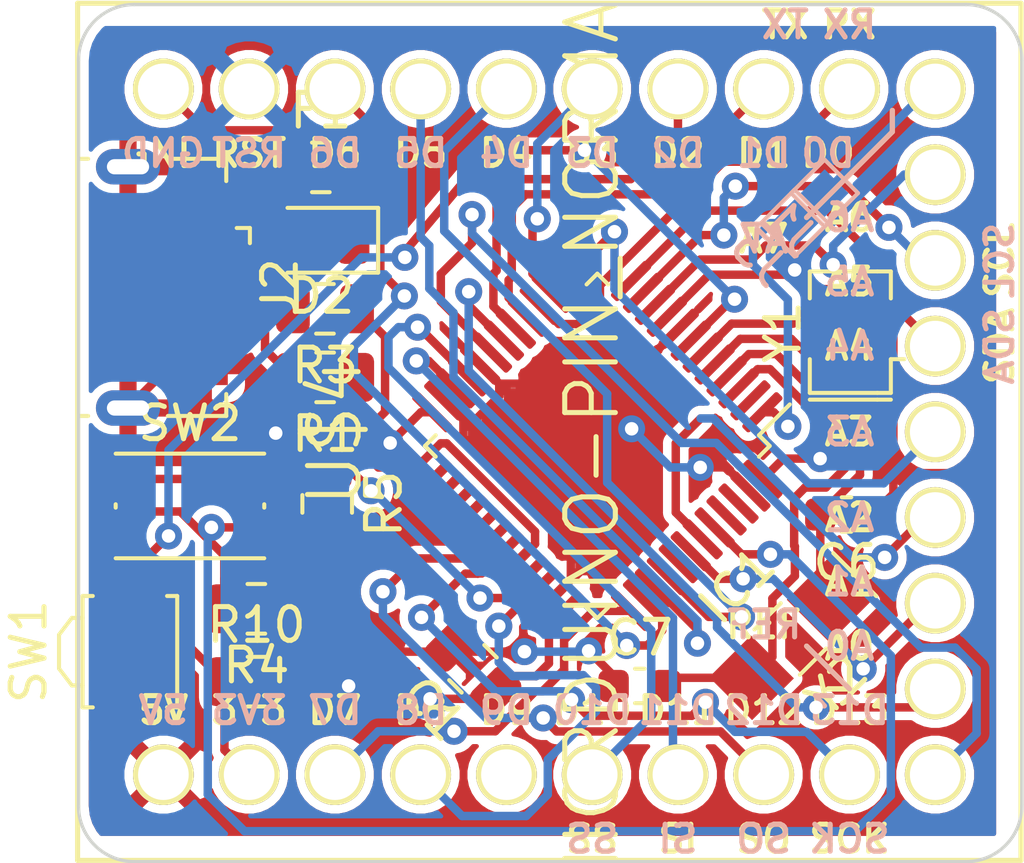
<source format=kicad_pcb>
(kicad_pcb (version 20171130) (host pcbnew 5.1.9-1.fc33)
  (layers (0 F.Cu signal) (31 B.Cu signal) (34 B.Paste user hide) (35 F.Paste user) (36 B.SilkS user hide) (37 F.SilkS user hide) (38 B.Mask user hide) (39 F.Mask user hide) (44 Edge.Cuts user))
  (net 0 "")
  (net 1 /VBAT)
  (net 2 "Net-(C7-Pad2)")
  (net 3 "Net-(C6-Pad2)")
  (net 4 /OSC_IN)
  (net 5 /OSC_OUT)
  (net 6 /RST)
  (net 7 GND)
  (net 8 +3V3)
  (net 9 /A0)
  (net 10 /A1)
  (net 11 /A2)
  (net 12 /A3)
  (net 13 /D10)
  (net 14 /SCK)
  (net 15 /MISO)
  (net 16 /MOSI)
  (net 17 /A6)
  (net 18 /A7)
  (net 19 /TX3)
  (net 20 /RX3)
  (net 21 /TX1)
  (net 22 /RX1)
  (net 23 /24_USBDM)
  (net 24 /23_USBDP)
  (net 25 /D5)
  (net 26 /D6)
  (net 27 /D7)
  (net 28 /D8)
  (net 29 /D9)
  (net 30 /SCL)
  (net 31 /SDA)
  (net 32 +5V)
  (net 33 "Net-(D2-Pad2)")
  (net 34 "Net-(IC1-Pad44)")
  (net 35 "Net-(J2-Pad2)")
  (net 36 "Net-(J2-Pad3)")
  (module Microduino:microduino (layer F.Cu) (at 162.153599 166.9669 90)
    (fp_text reference U$4 (at 0 -7.62 90) (layer F.SilkS) (effects (font (size 1.5 1.5))))
    (fp_text value MICRDUINO-PIN_NORMAL (at 0 0 90) (layer F.SilkS) (effects (font (size 1.5 1.5))))
    (fp_text user GND (at 8.255 -12.7) (layer F.SilkS) (effects (font (size 0.8 0.8))))
    (fp_text user RST (at 8.255 -10.16) (layer F.SilkS) (effects (font (size 0.8 0.8))))
    (fp_text user D6 (at 8.255 -7.62) (layer F.SilkS) (effects (font (size 0.8 0.8))))
    (fp_text user D5 (at 8.255 -5.08) (layer F.SilkS) (effects (font (size 0.8 0.8))))
    (fp_text user D4 (at 8.255 -2.54) (layer F.SilkS) (effects (font (size 0.8 0.8))))
    (fp_text user D3 (at 8.255 0) (layer B.SilkS) (effects (font (size 0.8 0.8)) (justify mirror)))
    (fp_text user D2 (at 8.255 2.54) (layer F.SilkS) (effects (font (size 0.8 0.8))))
    (fp_text user D1 (at 8.255 5.08) (layer B.SilkS) (effects (font (size 0.8 0.8)) (justify mirror)))
    (fp_text user D0 (at 8.255 6.985) (layer F.SilkS) (effects (font (size 0.8 0.8))))
    (fp_text user RX (at 12.065 7.62) (layer F.SilkS) (effects (font (size 0.8 0.8))))
    (fp_text user TX (at 12.065 5.715) (layer F.SilkS) (effects (font (size 0.8 0.8))))
    (fp_text user A7 (at 5.715 5.08) (layer F.SilkS) (effects (font (size 0.8 0.8))))
    (fp_text user A6 (at 6.35 7.62 180) (layer F.SilkS) (effects (font (size 0.8 0.8))))
    (fp_text user A5 (at 4.445 7.62) (layer F.SilkS) (effects (font (size 0.8 0.8))))
    (fp_text user A4 (at 2.54 7.62) (layer F.SilkS) (effects (font (size 0.8 0.8))))
    (fp_text user A3 (at 0 7.62) (layer F.SilkS) (effects (font (size 0.8 0.8))))
    (fp_text user A2 (at -2.54 7.62) (layer B.SilkS) (effects (font (size 0.8 0.8)) (justify mirror)))
    (fp_text user A1 (at -4.445 7.62) (layer B.SilkS) (effects (font (size 0.8 0.8)) (justify mirror)))
    (fp_text user A0 (at -6.35 7.62) (layer F.SilkS) (effects (font (size 0.8 0.8))))
    (fp_text user REF (at -5.715 5.08) (layer F.SilkS) (effects (font (size 0.8 0.8))))
    (fp_text user D13 (at -8.255 7.62) (layer F.SilkS) (effects (font (size 0.8 0.8))))
    (fp_text user D12 (at -8.255 5.08) (layer B.SilkS) (effects (font (size 0.8 0.8)) (justify mirror)))
    (fp_text user D11 (at -8.255 2.54) (layer F.SilkS) (effects (font (size 0.8 0.8))))
    (fp_text user D10 (at -8.255 0) (layer F.SilkS) (effects (font (size 0.8 0.8))))
    (fp_text user D9 (at -8.255 -2.54) (layer F.SilkS) (effects (font (size 0.8 0.8))))
    (fp_text user D8 (at -8.255 -5.08) (layer F.SilkS) (effects (font (size 0.8 0.8))))
    (fp_text user D7 (at -8.255 -7.62) (layer F.SilkS) (effects (font (size 0.8 0.8))))
    (fp_text user 3V3 (at -8.255 -10.16) (layer F.SilkS) (effects (font (size 0.8 0.8))))
    (fp_text user 5V (at -8.255 -12.7) (layer F.SilkS) (effects (font (size 0.8 0.8))))
    (fp_text user SCK (at -12.065 7.62) (layer F.SilkS) (effects (font (size 0.8 0.8))))
    (fp_text user SO (at -12.065 5.08) (layer F.SilkS) (effects (font (size 0.8 0.8))))
    (fp_text user SI (at -12.065 2.54) (layer F.SilkS) (effects (font (size 0.8 0.8))))
    (fp_text user SS (at -12.065 0) (layer F.SilkS) (effects (font (size 0.8 0.8))))
    (fp_text user SCL (at 5.08 12.065 270) (layer F.SilkS) (effects (font (size 0.8 0.8))))
    (fp_text user SDA (at 2.54 12.065 270) (layer B.SilkS) (effects (font (size 0.8 0.8)) (justify mirror)))
    (fp_text user SCL (at 5.08 12.065 270) (layer B.SilkS) (effects (font (size 0.8 0.8)) (justify mirror)))
    (fp_text user SDA (at 2.54 12.065 270) (layer F.SilkS) (effects (font (size 0.8 0.8))))
    (fp_text user SS (at -12.065 0) (layer B.SilkS) (effects (font (size 0.8 0.8)) (justify mirror)))
    (fp_text user SI (at -12.065 2.54) (layer B.SilkS) (effects (font (size 0.8 0.8)) (justify mirror)))
    (fp_text user SO (at -12.065 5.08) (layer B.SilkS) (effects (font (size 0.8 0.8)) (justify mirror)))
    (fp_text user SCK (at -12.065 7.62) (layer B.SilkS) (effects (font (size 0.8 0.8)) (justify mirror)))
    (fp_text user 5V (at -8.255 -12.7) (layer B.SilkS) (effects (font (size 0.8 0.8)) (justify mirror)))
    (fp_text user 3V3 (at -8.255 -10.16) (layer B.SilkS) (effects (font (size 0.8 0.8)) (justify mirror)))
    (fp_text user D7 (at -8.255 -7.62) (layer B.SilkS) (effects (font (size 0.8 0.8)) (justify mirror)))
    (fp_text user D8 (at -8.255 -5.08) (layer B.SilkS) (effects (font (size 0.8 0.8)) (justify mirror)))
    (fp_text user D9 (at -8.255 -2.54) (layer B.SilkS) (effects (font (size 0.8 0.8)) (justify mirror)))
    (fp_text user D10 (at -8.255 0) (layer B.SilkS) (effects (font (size 0.8 0.8)) (justify mirror)))
    (fp_text user D11 (at -8.255 2.54) (layer B.SilkS) (effects (font (size 0.8 0.8)) (justify mirror)))
    (fp_text user D12 (at -8.255 5.08) (layer F.SilkS) (effects (font (size 0.8 0.8))))
    (fp_text user D13 (at -8.255 7.62) (layer B.SilkS) (effects (font (size 0.8 0.8)) (justify mirror)))
    (fp_text user REF (at -5.715 5.08) (layer B.SilkS) (effects (font (size 0.8 0.8)) (justify mirror)))
    (fp_text user A0 (at -6.35 7.62) (layer B.SilkS) (effects (font (size 0.8 0.8)) (justify mirror)))
    (fp_text user A1 (at -4.445 7.62) (layer F.SilkS) (effects (font (size 0.8 0.8))))
    (fp_text user A2 (at -2.54 7.62) (layer F.SilkS) (effects (font (size 0.8 0.8))))
    (fp_text user A3 (at 0 7.62) (layer B.SilkS) (effects (font (size 0.8 0.8)) (justify mirror)))
    (fp_text user A4 (at 2.54 7.62) (layer B.SilkS) (effects (font (size 0.8 0.8)) (justify mirror)))
    (fp_text user A5 (at 4.445 7.62) (layer B.SilkS) (effects (font (size 0.8 0.8)) (justify mirror)))
    (fp_text user A6 (at 6.35 7.62 180) (layer B.SilkS) (effects (font (size 0.8 0.8)) (justify mirror)))
    (fp_text user A7 (at 5.715 5.08) (layer B.SilkS) (effects (font (size 0.8 0.8)) (justify mirror)))
    (fp_text user TX (at 12.065 5.715) (layer B.SilkS) (effects (font (size 0.8 0.8)) (justify mirror)))
    (fp_text user RX (at 12.065 7.62) (layer B.SilkS) (effects (font (size 0.8 0.8)) (justify mirror)))
    (fp_text user D0 (at 8.255 6.985) (layer B.SilkS) (effects (font (size 0.8 0.8)) (justify mirror)))
    (fp_text user D1 (at 8.255 5.08) (layer F.SilkS) (effects (font (size 0.8 0.8))))
    (fp_text user D2 (at 8.255 2.54) (layer B.SilkS) (effects (font (size 0.8 0.8)) (justify mirror)))
    (fp_text user D3 (at 8.255 0) (layer F.SilkS) (effects (font (size 0.8 0.8))))
    (fp_text user D4 (at 8.255 -2.54) (layer B.SilkS) (effects (font (size 0.8 0.8)) (justify mirror)))
    (fp_text user D5 (at 8.255 -5.08) (layer B.SilkS) (effects (font (size 0.8 0.8)) (justify mirror)))
    (fp_text user D6 (at 8.255 -7.62) (layer B.SilkS) (effects (font (size 0.8 0.8)) (justify mirror)))
    (fp_text user RST (at 8.255 -10.16) (layer B.SilkS) (effects (font (size 0.8 0.8)) (justify mirror)))
    (fp_text user GND (at 8.255 -12.7) (layer B.SilkS) (effects (font (size 0.8 0.8)) (justify mirror)))
    (pad 27 thru_hole circle (at -10.16 -12.7 90) (size 1.8 1.8) (drill 1.5) (layers *.Cu *.Mask F.SilkS) (net 7 GND))
    (pad 26 thru_hole circle (at -10.16 -10.16 90) (size 1.8 1.8) (drill 1.5) (layers *.Cu *.Mask F.SilkS) (net 6 /RST))
    (pad 25 thru_hole circle (at -10.16 -7.62 90) (size 1.8 1.8) (drill 1.5) (layers *.Cu *.Mask F.SilkS) (net 26 /D6))
    (pad 24 thru_hole circle (at -10.16 -5.08 90) (size 1.8 1.8) (drill 1.5) (layers *.Cu *.Mask F.SilkS) (net 25 /D5))
    (pad 23 thru_hole circle (at -10.16 -2.54 90) (size 1.8 1.8) (drill 1.5) (layers *.Cu *.Mask F.SilkS))
    (pad 22 thru_hole circle (at -10.16 0 90) (size 1.8 1.8) (drill 1.5) (layers *.Cu *.Mask F.SilkS) (net 19 /TX3))
    (pad 21 thru_hole circle (at -10.16 2.54 90) (size 1.8 1.8) (drill 1.5) (layers *.Cu *.Mask F.SilkS) (net 20 /RX3))
    (pad 20 thru_hole circle (at -10.16 5.08 90) (size 1.8 1.8) (drill 1.5) (layers *.Cu *.Mask F.SilkS) (net 21 /TX1))
    (pad 19 thru_hole circle (at -10.16 7.62 90) (size 1.8 1.8) (drill 1.5) (layers *.Cu *.Mask F.SilkS) (net 22 /RX1))
    (pad 18 thru_hole circle (at -10.16 10.16 90) (size 1.8 1.8) (drill 1.5) (layers *.Cu *.Mask F.SilkS) (net 18 /A7))
    (pad 17 thru_hole circle (at -7.62 10.16 90) (size 1.8 1.8) (drill 1.5) (layers *.Cu *.Mask F.SilkS) (net 17 /A6))
    (pad 16 thru_hole circle (at -5.08 10.16 90) (size 1.8 1.8) (drill 1.5) (layers *.Cu *.Mask F.SilkS) (net 30 /SCL))
    (pad 15 thru_hole circle (at -2.54 10.16 90) (size 1.8 1.8) (drill 1.5) (layers *.Cu *.Mask F.SilkS) (net 31 /SDA))
    (pad 14 thru_hole circle (at 0 10.16 90) (size 1.8 1.8) (drill 1.5) (layers *.Cu *.Mask F.SilkS) (net 12 /A3))
    (pad 13 thru_hole circle (at 2.54 10.16 90) (size 1.8 1.8) (drill 1.5) (layers *.Cu *.Mask F.SilkS) (net 11 /A2))
    (pad 12 thru_hole circle (at 5.08 10.16 90) (size 1.8 1.8) (drill 1.5) (layers *.Cu *.Mask F.SilkS) (net 10 /A1))
    (pad 11 thru_hole circle (at 7.62 10.16 90) (size 1.8 1.8) (drill 1.5) (layers *.Cu *.Mask F.SilkS) (net 9 /A0))
    (pad 9 thru_hole circle (at 10.16 7.62 90) (size 1.8 1.8) (drill 1.5) (layers *.Cu *.Mask F.SilkS) (net 14 /SCK))
    (pad 8 thru_hole circle (at 10.16 5.08 90) (size 1.8 1.8) (drill 1.5) (layers *.Cu *.Mask F.SilkS) (net 15 /MISO))
    (pad 7 thru_hole circle (at 10.16 2.54 90) (size 1.8 1.8) (drill 1.5) (layers *.Cu *.Mask F.SilkS) (net 16 /MOSI))
    (pad 6 thru_hole circle (at 10.16 0 90) (size 1.8 1.8) (drill 1.5) (layers *.Cu *.Mask F.SilkS) (net 13 /D10))
    (pad 5 thru_hole circle (at 10.16 -2.54 90) (size 1.8 1.8) (drill 1.5) (layers *.Cu *.Mask F.SilkS) (net 29 /D9))
    (pad 4 thru_hole circle (at 10.16 -5.08 90) (size 1.8 1.8) (drill 1.5) (layers *.Cu *.Mask F.SilkS) (net 28 /D8))
    (pad 3 thru_hole circle (at 10.16 -7.62 90) (size 1.8 1.8) (drill 1.5) (layers *.Cu *.Mask F.SilkS) (net 27 /D7))
    (pad 2 thru_hole circle (at 10.16 -10.16 90) (size 1.8 1.8) (drill 1.5) (layers *.Cu *.Mask F.SilkS) (net 8 +3V3))
    (pad 10 thru_hole circle (at 10.16 10.16 90) (size 1.8 1.8) (drill 1.5) (layers *.Cu *.Mask F.SilkS) (net 1 /VBAT))
    (pad 1 thru_hole circle (at 10.16 -12.7 90) (size 1.8 1.8) (drill 1.5) (layers *.Cu *.Mask F.SilkS) (net 32 +5V))
    (pad 1 thru_hole circle (at 10.16 -12.7 90) (size 1.8 1.8) (drill 1.5) (layers *.Cu *.Mask F.SilkS) (net 32 +5V))
    (pad 2 thru_hole circle (at 10.16 -10.16 90) (size 1.8 1.8) (drill 1.5) (layers *.Cu *.Mask F.SilkS) (net 8 +3V3))
    (pad 3 thru_hole circle (at 10.16 -7.62 90) (size 1.8 1.8) (drill 1.5) (layers *.Cu *.Mask F.SilkS) (net 27 /D7))
    (pad 4 thru_hole circle (at 10.16 -5.08 90) (size 1.8 1.8) (drill 1.5) (layers *.Cu *.Mask F.SilkS) (net 28 /D8))
    (pad 5 thru_hole circle (at 10.16 -2.54 90) (size 1.8 1.8) (drill 1.5) (layers *.Cu *.Mask F.SilkS) (net 29 /D9))
    (pad 6 thru_hole circle (at 10.16 0 90) (size 1.8 1.8) (drill 1.5) (layers *.Cu *.Mask F.SilkS) (net 13 /D10))
    (pad 7 thru_hole circle (at 10.16 2.54 90) (size 1.8 1.8) (drill 1.5) (layers *.Cu *.Mask F.SilkS) (net 16 /MOSI))
    (pad 8 thru_hole circle (at 10.16 5.08 90) (size 1.8 1.8) (drill 1.5) (layers *.Cu *.Mask F.SilkS) (net 15 /MISO))
    (pad 9 thru_hole circle (at 10.16 7.62 90) (size 1.8 1.8) (drill 1.5) (layers *.Cu *.Mask F.SilkS) (net 14 /SCK))
  )
  (module Package_QFP:LQFP-48_7x7mm_P0.5mm (layer F.Cu) (at 162.306 167.386 225)
    (fp_text reference IC1 (at 0 -5.85 225) (layer F.SilkS))
    (fp_text value STM32F103CBT6)
    (pad 1 smd roundrect (at -4.1625 -2.75 225) (size 1.475 0.3) (layers F.Cu F.Paste F.Mask) (net 1 /VBAT))
    (pad 2 smd roundrect (at -4.1625 -2.25 225) (size 1.475 0.3) (layers F.Cu F.Paste F.Mask))
    (pad 3 smd roundrect (at -4.1625 -1.75 225) (size 1.475 0.3) (layers F.Cu F.Paste F.Mask) (net 2 "Net-(C7-Pad2)"))
    (pad 4 smd roundrect (at -4.1625 -1.25 225) (size 1.475 0.3) (layers F.Cu F.Paste F.Mask) (net 3 "Net-(C6-Pad2)"))
    (pad 5 smd roundrect (at -4.1625 -0.75 225) (size 1.475 0.3) (layers F.Cu F.Paste F.Mask) (net 4 /OSC_IN))
    (pad 6 smd roundrect (at -4.1625 -0.25 225) (size 1.475 0.3) (layers F.Cu F.Paste F.Mask) (net 5 /OSC_OUT))
    (pad 7 smd roundrect (at -4.1625 0.25 225) (size 1.475 0.3) (layers F.Cu F.Paste F.Mask) (net 6 /RST))
    (pad 8 smd roundrect (at -4.1625 0.75 225) (size 1.475 0.3) (layers F.Cu F.Paste F.Mask) (net 7 GND))
    (pad 9 smd roundrect (at -4.1625 1.25 225) (size 1.475 0.3) (layers F.Cu F.Paste F.Mask) (net 8 +3V3))
    (pad 10 smd roundrect (at -4.1625 1.75 225) (size 1.475 0.3) (layers F.Cu F.Paste F.Mask) (net 9 /A0))
    (pad 11 smd roundrect (at -4.1625 2.25 225) (size 1.475 0.3) (layers F.Cu F.Paste F.Mask) (net 10 /A1))
    (pad 12 smd roundrect (at -4.1625 2.75 225) (size 1.475 0.3) (layers F.Cu F.Paste F.Mask) (net 11 /A2))
    (pad 13 smd roundrect (at -2.75 4.1625 225) (size 0.3 1.475) (layers F.Cu F.Paste F.Mask) (net 12 /A3))
    (pad 14 smd roundrect (at -2.25 4.1625 225) (size 0.3 1.475) (layers F.Cu F.Paste F.Mask) (net 13 /D10))
    (pad 15 smd roundrect (at -1.75 4.1625 225) (size 0.3 1.475) (layers F.Cu F.Paste F.Mask) (net 14 /SCK))
    (pad 16 smd roundrect (at -1.25 4.1625 225) (size 0.3 1.475) (layers F.Cu F.Paste F.Mask) (net 15 /MISO))
    (pad 17 smd roundrect (at -0.75 4.1625 225) (size 0.3 1.475) (layers F.Cu F.Paste F.Mask) (net 16 /MOSI))
    (pad 18 smd roundrect (at -0.25 4.1625 225) (size 0.3 1.475) (layers F.Cu F.Paste F.Mask) (net 17 /A6))
    (pad 19 smd roundrect (at 0.25 4.1625 225) (size 0.3 1.475) (layers F.Cu F.Paste F.Mask) (net 18 /A7))
    (pad 20 smd roundrect (at 0.75 4.1625 225) (size 0.3 1.475) (layers F.Cu F.Paste F.Mask) (net 7 GND))
    (pad 21 smd roundrect (at 1.25 4.1625 225) (size 0.3 1.475) (layers F.Cu F.Paste F.Mask) (net 19 /TX3))
    (pad 22 smd roundrect (at 1.75 4.1625 225) (size 0.3 1.475) (layers F.Cu F.Paste F.Mask) (net 20 /RX3))
    (pad 23 smd roundrect (at 2.25 4.1625 225) (size 0.3 1.475) (layers F.Cu F.Paste F.Mask) (net 7 GND))
    (pad 24 smd roundrect (at 2.75 4.1625 225) (size 0.3 1.475) (layers F.Cu F.Paste F.Mask) (net 8 +3V3))
    (pad 25 smd roundrect (at 4.1625 2.75 225) (size 1.475 0.3) (layers F.Cu F.Paste F.Mask))
    (pad 26 smd roundrect (at 4.1625 2.25 225) (size 1.475 0.3) (layers F.Cu F.Paste F.Mask))
    (pad 27 smd roundrect (at 4.1625 1.75 225) (size 1.475 0.3) (layers F.Cu F.Paste F.Mask))
    (pad 28 smd roundrect (at 4.1625 1.25 225) (size 1.475 0.3) (layers F.Cu F.Paste F.Mask))
    (pad 29 smd roundrect (at 4.1625 0.75 225) (size 1.475 0.3) (layers F.Cu F.Paste F.Mask))
    (pad 30 smd roundrect (at 4.1625 0.25 225) (size 1.475 0.3) (layers F.Cu F.Paste F.Mask) (net 21 /TX1))
    (pad 31 smd roundrect (at 4.1625 -0.25 225) (size 1.475 0.3) (layers F.Cu F.Paste F.Mask) (net 22 /RX1))
    (pad 32 smd roundrect (at 4.1625 -0.75 225) (size 1.475 0.3) (layers F.Cu F.Paste F.Mask) (net 23 /24_USBDM))
    (pad 33 smd roundrect (at 4.1625 -1.25 225) (size 1.475 0.3) (layers F.Cu F.Paste F.Mask) (net 24 /23_USBDP))
    (pad 34 smd roundrect (at 4.1625 -1.75 225) (size 1.475 0.3) (layers F.Cu F.Paste F.Mask) (net 25 /D5))
    (pad 35 smd roundrect (at 4.1625 -2.25 225) (size 1.475 0.3) (layers F.Cu F.Paste F.Mask) (net 7 GND))
    (pad 36 smd roundrect (at 4.1625 -2.75 225) (size 1.475 0.3) (layers F.Cu F.Paste F.Mask) (net 8 +3V3))
    (pad 37 smd roundrect (at 2.75 -4.1625 225) (size 0.3 1.475) (layers F.Cu F.Paste F.Mask) (net 26 /D6))
    (pad 38 smd roundrect (at 2.25 -4.1625 225) (size 0.3 1.475) (layers F.Cu F.Paste F.Mask) (net 27 /D7))
    (pad 39 smd roundrect (at 1.75 -4.1625 225) (size 0.3 1.475) (layers F.Cu F.Paste F.Mask) (net 28 /D8))
    (pad 40 smd roundrect (at 1.25 -4.1625 225) (size 0.3 1.475) (layers F.Cu F.Paste F.Mask) (net 29 /D9))
    (pad 41 smd roundrect (at 0.75 -4.1625 225) (size 0.3 1.475) (layers F.Cu F.Paste F.Mask))
    (pad 42 smd roundrect (at 0.25 -4.1625 225) (size 0.3 1.475) (layers F.Cu F.Paste F.Mask) (net 30 /SCL))
    (pad 43 smd roundrect (at -0.25 -4.1625 225) (size 0.3 1.475) (layers F.Cu F.Paste F.Mask) (net 31 /SDA))
    (pad 44 smd roundrect (at -0.75 -4.1625 225) (size 0.3 1.475) (layers F.Cu F.Paste F.Mask) (net 34 "Net-(IC1-Pad44)"))
    (pad 45 smd roundrect (at -1.25 -4.1625 225) (size 0.3 1.475) (layers F.Cu F.Paste F.Mask))
    (pad 46 smd roundrect (at -1.75 -4.1625 225) (size 0.3 1.475) (layers F.Cu F.Paste F.Mask))
    (pad 47 smd roundrect (at -2.25 -4.1625 225) (size 0.3 1.475) (layers F.Cu F.Paste F.Mask) (net 7 GND))
    (pad 48 smd roundrect (at -2.75 -4.1625 225) (size 0.3 1.475) (layers F.Cu F.Paste F.Mask) (net 8 +3V3))
  )
  (module TestPoint:TestPoint_Pad_1.0x1.0mm (layer B.Cu) (at 168.148 160.782 315)
    (fp_text reference J3 (at 0 1.448 135) (layer B.SilkS) (effects (justify mirror)))
    (fp_text value Conn_01x01)
    (pad 1 smd rect (at 0 0 315) (size 1 1) (layers B.Cu B.Mask) (net 1 /VBAT))
  )
  (module TestPoint:TestPoint_Pad_1.0x1.0mm (layer B.Cu) (at 169.037 159.893 315)
    (fp_text reference J1 (at 0 1.448 135) (layer B.SilkS) (effects (justify mirror)))
    (fp_text value Conn_01x01)
    (pad 1 smd rect (at 0 0 315) (size 1 1) (layers B.Cu B.Mask) (net 1 /VBAT))
  )
  (module Crystal:Resonator_SMD_muRata_CSTxExxV-3Pin_3.0x1.1mm (layer F.Cu) (at 169.799 164.014 90)
    (fp_text reference Y1 (at 0 -2 90) (layer F.SilkS))
    (fp_text value 8M)
    (pad 1 smd rect (at -1.2 0 90) (size 0.4 1.9) (layers F.Cu F.Paste F.Mask) (net 4 /OSC_IN))
    (pad 2 smd rect (at 0 0 90) (size 0.4 1.9) (layers F.Cu F.Paste F.Mask) (net 7 GND))
    (pad 3 smd rect (at 1.2 0 90) (size 0.4 1.9) (layers F.Cu F.Paste F.Mask) (net 5 /OSC_OUT))
  )
  (module Capacitor_SMD:C_0603_1608Metric (layer F.Cu) (at 163.563 174.498)
    (fp_text reference C7 (at 0 -1.43) (layer F.SilkS))
    (fp_text value 10pF)
    (pad 2 smd roundrect (at 0.775 0) (size 0.9 0.95) (layers F.Cu F.Paste F.Mask) (net 2 "Net-(C7-Pad2)"))
    (pad 1 smd roundrect (at -0.775 0) (size 0.9 0.95) (layers F.Cu F.Paste F.Mask) (net 7 GND))
  )
  (module Capacitor_SMD:C_0603_1608Metric (layer F.Cu) (at 169.685 169.418 180)
    (fp_text reference C6 (at 0 -1.43) (layer F.SilkS))
    (fp_text value 10pF)
    (pad 2 smd roundrect (at 0.775 0 180) (size 0.9 0.95) (layers F.Cu F.Paste F.Mask) (net 3 "Net-(C6-Pad2)"))
    (pad 1 smd roundrect (at -0.775 0 180) (size 0.9 0.95) (layers F.Cu F.Paste F.Mask) (net 7 GND))
  )
  (module Capacitor_SMD:C_0805_2012Metric (layer F.Cu) (at 158.623 173.99 135)
    (fp_text reference C1 (at 0 -1.68 135) (layer F.SilkS))
    (fp_text value 10uF)
    (pad 2 smd roundrect (at 0.95 0 135) (size 1 1.45) (layers F.Cu F.Paste F.Mask) (net 7 GND))
    (pad 1 smd roundrect (at -0.95 0 135) (size 1 1.45) (layers F.Cu F.Paste F.Mask) (net 8 +3V3))
  )
  (module Diode_SMD:D_0805_2012Metric (layer F.Cu) (at 154.1295 161.29 180)
    (fp_text reference D2 (at 0 -1.65) (layer F.SilkS))
    (fp_text value D)
    (pad 1 smd roundrect (at -0.9375 0 180) (size 0.975 1.4) (layers F.Cu F.Paste F.Mask) (net 32 +5V))
    (pad 2 smd roundrect (at 0.9375 0 180) (size 0.975 1.4) (layers F.Cu F.Paste F.Mask) (net 33 "Net-(D2-Pad2)"))
  )
  (module Capacitor_SMD:C_0805_2012Metric (layer F.Cu) (at 154.117 159.131)
    (fp_text reference F1 (at 0 -1.68) (layer F.SilkS))
    (fp_text value 10uF)
    (pad 1 smd roundrect (at -0.95 0) (size 1 1.45) (layers F.Cu F.Paste F.Mask) (net 33 "Net-(D2-Pad2)"))
    (pad 2 smd roundrect (at 0.95 0) (size 1 1.45) (layers F.Cu F.Paste F.Mask) (net 32 +5V))
  )
  (module Connector_USB:USB_Micro-B_GCT_USB3076-30-A (layer F.Cu) (at 149.606 162.687 270)
    (fp_text reference J2 (at 0 -3.3 90) (layer F.SilkS))
    (fp_text value USB_B_Micro)
    (pad 6 smd rect (at 1.125 1.2 270) (size 1.75 1.9) (layers F.Cu F.Paste F.Mask) (net 7 GND))
    (pad 2 smd rect (at -0.65 -1.45 270) (size 0.4 1.4) (layers F.Cu F.Paste F.Mask) (net 35 "Net-(J2-Pad2)"))
    (pad 1 smd rect (at -1.3 -1.45 270) (size 0.4 1.4) (layers F.Cu F.Paste F.Mask) (net 33 "Net-(D2-Pad2)"))
    (pad 5 smd rect (at 1.3 -1.45 270) (size 0.4 1.4) (layers F.Cu F.Paste F.Mask) (net 7 GND))
    (pad 4 smd rect (at 0.65 -1.45 270) (size 0.4 1.4) (layers F.Cu F.Paste F.Mask) (net 7 GND))
    (pad 3 smd rect (at 0 -1.45 270) (size 0.4 1.4) (layers F.Cu F.Paste F.Mask) (net 36 "Net-(J2-Pad3)"))
    (pad 6 smd rect (at -1.125 1.2 270) (size 1.75 1.9) (layers F.Cu F.Paste F.Mask) (net 7 GND))
    (pad 6 thru_hole oval (at -3.575 1.2 90) (size 1.05 1.9) (drill oval 0.45 1.25) (layers *.Cu *.Mask) (net 7 GND))
    (pad 6 thru_hole oval (at 3.575 1.2 270) (size 1.05 1.9) (drill oval 0.45 1.25) (layers *.Cu *.Mask) (net 7 GND))
    (pad 6 smd rect (at 2.32 -1.03 270) (size 1.15 1.45) (layers F.Cu F.Paste F.Mask) (net 7 GND))
    (pad 6 smd rect (at -2.32 -1.03 270) (size 1.15 1.45) (layers F.Cu F.Paste F.Mask) (net 7 GND))
  )
  (module Capacitor_SMD:C_0805_2012Metric (layer F.Cu) (at 154.244 165.354 180)
    (fp_text reference R1 (at 0 -1.68) (layer F.SilkS))
    (fp_text value 22)
    (pad 1 smd roundrect (at -0.95 0 180) (size 1 1.45) (layers F.Cu F.Paste F.Mask) (net 24 /23_USBDP))
    (pad 2 smd roundrect (at 0.95 0 180) (size 1 1.45) (layers F.Cu F.Paste F.Mask) (net 36 "Net-(J2-Pad3)"))
  )
  (module Capacitor_SMD:C_0805_2012Metric (layer F.Cu) (at 154.238999 163.322 180)
    (fp_text reference R3 (at 0 -1.68) (layer F.SilkS))
    (fp_text value 22)
    (pad 2 smd roundrect (at 0.95 0 180) (size 1 1.45) (layers F.Cu F.Paste F.Mask) (net 35 "Net-(J2-Pad2)"))
    (pad 1 smd roundrect (at -0.95 0 180) (size 1 1.45) (layers F.Cu F.Paste F.Mask) (net 23 /24_USBDM))
  )
  (module Capacitor_SMD:C_0805_2012Metric (layer F.Cu) (at 152.207 172.212 180)
    (fp_text reference R4 (at 0 -1.68) (layer F.SilkS))
    (fp_text value 10k)
    (pad 2 smd roundrect (at 0.95 0 180) (size 1 1.45) (layers F.Cu F.Paste F.Mask) (net 34 "Net-(IC1-Pad44)"))
    (pad 1 smd roundrect (at -0.95 0 180) (size 1 1.45) (layers F.Cu F.Paste F.Mask) (net 7 GND))
  )
  (module Capacitor_SMD:C_0805_2012Metric (layer F.Cu) (at 154.305 169.103001 270)
    (fp_text reference R5 (at 0 -1.68 90) (layer F.SilkS))
    (fp_text value 1.5k)
    (pad 1 smd roundrect (at -0.95 0 270) (size 1 1.45) (layers F.Cu F.Paste F.Mask) (net 24 /23_USBDP))
    (pad 2 smd roundrect (at 0.95 0 270) (size 1 1.45) (layers F.Cu F.Paste F.Mask) (net 7 GND))
  )
  (module Capacitor_SMD:C_0805_2012Metric (layer F.Cu) (at 152.212001 174.371)
    (fp_text reference R10 (at 0 -1.68) (layer F.SilkS))
    (fp_text value 10k)
    (pad 1 smd roundrect (at -0.95 0) (size 1 1.45) (layers F.Cu F.Paste F.Mask) (net 6 /RST))
    (pad 2 smd roundrect (at 0.95 0) (size 1 1.45) (layers F.Cu F.Paste F.Mask) (net 8 +3V3))
  )
  (module Button_Switch_SMD:SW_SPST_B3U-3000P (layer F.Cu) (at 148.463 173.482 90)
    (fp_text reference SW1 (at 0 -3 90) (layer F.SilkS))
    (fp_text value SW_Push)
    (pad 1 smd rect (at -1.7 0 90) (size 0.9 1.7) (layers F.Cu F.Paste F.Mask) (net 7 GND))
    (pad 2 smd rect (at 1.7 0 90) (size 0.9 1.7) (layers F.Cu F.Paste F.Mask) (net 6 /RST))
  )
  (module Button_Switch_SMD:SW_Push_1P1T_NO_CK_KMR2 (layer F.Cu) (at 150.241 169.164)
    (fp_text reference SW2 (at 0 -2.45) (layer F.SilkS))
    (fp_text value SW_Push)
    (pad 1 smd rect (at -2.05 -0.8) (size 0.9 1) (layers F.Cu F.Paste F.Mask) (net 8 +3V3))
    (pad 2 smd rect (at -2.05 0.8) (size 0.9 1) (layers F.Cu F.Paste F.Mask) (net 34 "Net-(IC1-Pad44)"))
    (pad 1 smd rect (at 2.05 -0.8) (size 0.9 1) (layers F.Cu F.Paste F.Mask) (net 8 +3V3))
    (pad 2 smd rect (at 2.05 0.8) (size 0.9 1) (layers F.Cu F.Paste F.Mask) (net 34 "Net-(IC1-Pad44)"))
  )
  (module Crystal:Crystal_SMD_EuroQuartz_EQ161-2Pin_3.2x1.5mm_HandSoldering (layer F.Cu) (at 168.021 173.107049 225)
    (fp_text reference Y2 (at 0 -1.95 45) (layer F.SilkS))
    (fp_text value 32.768KHz)
    (pad 1 smd rect (at -1.625 0 225) (size 1.75 1.8) (layers F.Cu F.Paste F.Mask) (net 3 "Net-(C6-Pad2)"))
    (pad 2 smd rect (at 1.625 0 225) (size 1.75 1.8) (layers F.Cu F.Paste F.Mask) (net 2 "Net-(C7-Pad2)"))
  )
  (gr_line (start 146.939 178.054) (end 146.939 155.956) (layer Edge.Cuts) (width 0.1))
  (gr_line (start 173.228 179.705) (end 148.59 179.705) (layer Edge.Cuts) (width 0.1))
  (gr_line (start 174.879 155.956) (end 174.879 178.054) (layer Edge.Cuts) (width 0.1))
  (gr_line (start 148.59 154.305) (end 173.228 154.305) (layer Edge.Cuts) (width 0.1))
  (gr_arc (start 173.228 155.956) (end 174.879 155.956) (angle -90) (layer Edge.Cuts) (width 0.1))
  (gr_arc (start 173.228 178.054) (end 173.228 179.705) (angle -90) (layer Edge.Cuts) (width 0.1))
  (gr_arc (start 148.59 178.054) (end 146.939 178.054) (angle -90) (layer Edge.Cuts) (width 0.1))
  (gr_arc (start 148.59 155.956) (end 148.59 154.305) (angle -90) (layer Edge.Cuts) (width 0.1))
  (segment (start 172.1231 156.8069) (end 172.313599 156.8069) (width 0.25) (layer B.Cu) (net 1))
  (segment (start 169.037 159.893) (end 172.1231 156.8069) (width 0.25) (layer B.Cu) (net 1))
  (segment (start 167.530212 166.387212) (end 167.948885 166.805885) (width 0.25) (layer F.Cu) (net 1))
  (via (at 167.948885 166.805885) (size 0.8) (drill 0.4) (layers F.Cu B.Cu) (net 1))
  (segment (start 167.193876 166.387212) (end 167.530212 166.387212) (width 0.25) (layer F.Cu) (net 1))
  (segment (start 167.440893 160.782) (end 166.914998 161.307895) (width 0.25) (layer B.Cu) (net 1))
  (segment (start 166.914998 161.307895) (end 166.914998 162.015002) (width 0.25) (layer B.Cu) (net 1))
  (segment (start 168.148 160.782) (end 167.440893 160.782) (width 0.25) (layer B.Cu) (net 1))
  (segment (start 166.914998 162.015002) (end 167.948885 163.048889) (width 0.25) (layer B.Cu) (net 1))
  (segment (start 167.948885 163.048889) (end 167.948885 166.805885) (width 0.25) (layer B.Cu) (net 1))
  (segment (start 164.579902 174.256098) (end 164.338 174.498) (width 0.25) (layer F.Cu) (net 2))
  (segment (start 166.871951 174.256098) (end 164.579902 174.256098) (width 0.25) (layer F.Cu) (net 2))
  (segment (start 169.0736 168.61799) (end 168.457176 168.61799) (width 0.25) (layer F.Cu) (net 2))
  (segment (start 169.635003 167.325721) (end 169.635003 168.056587) (width 0.25) (layer F.Cu) (net 2))
  (segment (start 168.156898 171.238723) (end 167.490669 171.904952) (width 0.25) (layer F.Cu) (net 2))
  (segment (start 168.156898 170.362589) (end 168.156898 171.238723) (width 0.25) (layer F.Cu) (net 2))
  (segment (start 168.457176 168.61799) (end 168.13499 168.940176) (width 0.25) (layer F.Cu) (net 2))
  (segment (start 167.490669 171.904952) (end 167.490669 173.63738) (width 0.25) (layer F.Cu) (net 2))
  (segment (start 167.054717 165.112157) (end 167.421439 165.112157) (width 0.25) (layer F.Cu) (net 2))
  (segment (start 166.486769 165.680105) (end 167.054717 165.112157) (width 0.25) (layer F.Cu) (net 2))
  (segment (start 167.490669 173.63738) (end 166.871951 174.256098) (width 0.25) (layer F.Cu) (net 2))
  (segment (start 168.13499 170.340681) (end 168.156898 170.362589) (width 0.25) (layer F.Cu) (net 2))
  (segment (start 168.13499 168.940176) (end 168.13499 170.340681) (width 0.25) (layer F.Cu) (net 2))
  (segment (start 167.421439 165.112157) (end 169.635003 167.325721) (width 0.25) (layer F.Cu) (net 2))
  (segment (start 169.635003 168.056587) (end 169.0736 168.61799) (width 0.25) (layer F.Cu) (net 2))
  (segment (start 168.91 171.697951) (end 169.170049 171.958) (width 0.25) (layer F.Cu) (net 3))
  (segment (start 168.91 169.418) (end 168.91 171.697951) (width 0.25) (layer F.Cu) (net 3))
  (segment (start 170.085013 168.242987) (end 168.91 169.418) (width 0.25) (layer F.Cu) (net 3))
  (segment (start 169.444402 166.210987) (end 170.085013 166.851598) (width 0.25) (layer F.Cu) (net 3))
  (segment (start 167.607839 164.662146) (end 169.15668 166.210987) (width 0.25) (layer F.Cu) (net 3))
  (segment (start 169.15668 166.210987) (end 169.444402 166.210987) (width 0.25) (layer F.Cu) (net 3))
  (segment (start 166.133215 165.326551) (end 166.79762 164.662146) (width 0.25) (layer F.Cu) (net 3))
  (segment (start 170.085013 166.851598) (end 170.085013 168.242987) (width 0.25) (layer F.Cu) (net 3))
  (segment (start 166.79762 164.662146) (end 167.607839 164.662146) (width 0.25) (layer F.Cu) (net 3))
  (segment (start 165.779662 164.972998) (end 165.815002 164.972998) (width 0.25) (layer F.Cu) (net 4))
  (segment (start 169.049 165.214) (end 169.799 165.214) (width 0.25) (layer F.Cu) (net 4))
  (segment (start 165.779662 164.972998) (end 166.540525 164.212135) (width 0.25) (layer F.Cu) (net 4))
  (segment (start 168.047135 164.212135) (end 169.049 165.214) (width 0.25) (layer F.Cu) (net 4))
  (segment (start 166.540525 164.212135) (end 168.047135 164.212135) (width 0.25) (layer F.Cu) (net 4))
  (segment (start 169.799 162.814) (end 169.049 162.814) (width 0.25) (layer F.Cu) (net 5))
  (segment (start 169.049 162.814) (end 168.100875 163.762125) (width 0.25) (layer F.Cu) (net 5))
  (segment (start 168.100875 163.762125) (end 166.283429 163.762125) (width 0.25) (layer F.Cu) (net 5))
  (segment (start 166.283429 163.762125) (end 165.426109 164.619445) (width 0.25) (layer F.Cu) (net 5))
  (segment (start 151.262001 176.395302) (end 151.993599 177.1269) (width 0.25) (layer F.Cu) (net 6))
  (segment (start 151.262001 174.371) (end 151.262001 176.395302) (width 0.25) (layer F.Cu) (net 6))
  (segment (start 148.673001 171.782) (end 148.463 171.782) (width 0.25) (layer F.Cu) (net 6))
  (segment (start 151.262001 174.371) (end 148.673001 171.782) (width 0.25) (layer F.Cu) (net 6))
  (via (at 166.37 163.037115) (size 0.8) (drill 0.4) (layers F.Cu B.Cu) (net 6))
  (segment (start 166.301331 163.037115) (end 166.37 163.037115) (width 0.25) (layer F.Cu) (net 6))
  (segment (start 165.072555 164.265891) (end 166.301331 163.037115) (width 0.25) (layer F.Cu) (net 6))
  (segment (start 161.955885 158.623) (end 161.925 158.623) (width 0.25) (layer B.Cu) (net 6))
  (segment (start 166.37 163.037115) (end 161.955885 158.623) (width 0.25) (layer B.Cu) (net 6))
  (via (at 161.925 158.623) (size 0.8) (drill 0.4) (layers F.Cu B.Cu) (net 6))
  (via (at 149.606 170.053) (size 0.8) (drill 0.4) (layers F.Cu B.Cu) (net 6))
  (segment (start 148.463 171.196) (end 149.606 170.053) (width 0.25) (layer F.Cu) (net 6))
  (segment (start 148.463 171.782) (end 148.463 171.196) (width 0.25) (layer F.Cu) (net 6))
  (via (at 156.604522 161.798) (size 0.8) (drill 0.4) (layers F.Cu B.Cu) (net 6))
  (segment (start 156.464 161.798) (end 156.604522 161.798) (width 0.25) (layer F.Cu) (net 6))
  (segment (start 159.131 158.623) (end 156.464 161.798) (width 0.25) (layer F.Cu) (net 6))
  (segment (start 161.925 158.623) (end 159.131 158.623) (width 0.25) (layer F.Cu) (net 6))
  (segment (start 149.606 170.053) (end 149.606 167.513) (width 0.25) (layer B.Cu) (net 6))
  (segment (start 149.606 167.513) (end 155.321 161.798) (width 0.25) (layer B.Cu) (net 6))
  (segment (start 155.321 161.798) (end 156.604522 161.798) (width 0.25) (layer B.Cu) (net 6))
  (segment (start 148.463 176.136301) (end 149.453599 177.1269) (width 0.25) (layer F.Cu) (net 7))
  (segment (start 148.463 175.182) (end 148.463 176.136301) (width 0.25) (layer F.Cu) (net 7))
  (segment (start 151.056 164.587) (end 150.636 165.007) (width 0.25) (layer F.Cu) (net 7))
  (segment (start 151.056 163.337) (end 151.056 164.587) (width 0.25) (layer F.Cu) (net 7))
  (segment (start 149.661 165.007) (end 148.406 166.262) (width 0.25) (layer F.Cu) (net 7))
  (segment (start 150.636 165.007) (end 149.661 165.007) (width 0.25) (layer F.Cu) (net 7))
  (segment (start 148.406 166.262) (end 148.406 161.562) (width 0.25) (layer F.Cu) (net 7))
  (segment (start 148.406 161.562) (end 148.406 158.693) (width 0.25) (layer F.Cu) (net 7))
  (segment (start 149.601 160.367) (end 148.406 161.562) (width 0.25) (layer F.Cu) (net 7))
  (segment (start 150.636 160.367) (end 149.601 160.367) (width 0.25) (layer F.Cu) (net 7))
  (segment (start 158.339626 166.601606) (end 157.771678 166.033658) (width 0.25) (layer F.Cu) (net 7))
  (segment (start 158.706348 166.601606) (end 158.339626 166.601606) (width 0.25) (layer F.Cu) (net 7))
  (segment (start 159.400286 165.907668) (end 158.706348 166.601606) (width 0.25) (layer F.Cu) (net 7))
  (segment (start 159.400286 165.540946) (end 159.400286 165.907668) (width 0.25) (layer F.Cu) (net 7))
  (segment (start 159.400286 165.540946) (end 163.090394 165.540946) (width 0.25) (layer F.Cu) (net 7))
  (segment (start 158.832338 164.972998) (end 159.400286 165.540946) (width 0.25) (layer F.Cu) (net 7))
  (segment (start 161.521606 171.352374) (end 160.953658 171.920322) (width 0.25) (layer F.Cu) (net 7))
  (segment (start 161.521606 170.349241) (end 161.521606 171.352374) (width 0.25) (layer F.Cu) (net 7))
  (segment (start 158.339626 167.167261) (end 161.521606 170.349241) (width 0.25) (layer F.Cu) (net 7))
  (segment (start 158.339626 166.601606) (end 158.339626 167.167261) (width 0.25) (layer F.Cu) (net 7))
  (segment (start 163.99817 164.63317) (end 163.99817 165.89619) (width 0.25) (layer F.Cu) (net 7))
  (segment (start 163.090394 165.540946) (end 163.99817 164.63317) (width 0.25) (layer F.Cu) (net 7))
  (segment (start 163.99817 164.63317) (end 164.719002 163.912338) (width 0.25) (layer F.Cu) (net 7))
  (segment (start 171.074001 168.803999) (end 170.46 169.418) (width 0.25) (layer F.Cu) (net 7))
  (segment (start 170.999 164.014) (end 171.074001 164.089001) (width 0.25) (layer F.Cu) (net 7))
  (segment (start 169.799 164.014) (end 170.999 164.014) (width 0.25) (layer F.Cu) (net 7))
  (segment (start 154.305 171.064) (end 154.305 170.053001) (width 0.25) (layer F.Cu) (net 7))
  (segment (start 153.157 172.212) (end 154.305 171.064) (width 0.25) (layer F.Cu) (net 7))
  (segment (start 166.840322 168.738342) (end 166.12298 168.021) (width 0.25) (layer F.Cu) (net 7))
  (segment (start 171.112901 168.191901) (end 173.398901 168.191901) (width 0.25) (layer F.Cu) (net 7))
  (segment (start 171.074001 168.153001) (end 171.112901 168.191901) (width 0.25) (layer F.Cu) (net 7))
  (segment (start 171.074001 164.089001) (end 171.074001 168.153001) (width 0.25) (layer F.Cu) (net 7))
  (segment (start 171.074001 168.153001) (end 171.074001 168.803999) (width 0.25) (layer F.Cu) (net 7))
  (segment (start 173.398901 168.191901) (end 173.482 168.275) (width 0.25) (layer F.Cu) (net 7))
  (segment (start 154.427 173.482) (end 153.157 172.212) (width 0.25) (layer F.Cu) (net 7))
  (segment (start 158.115 173.482) (end 154.427 173.482) (width 0.25) (layer F.Cu) (net 7))
  (segment (start 158.115 173.482) (end 159.70205 173.482) (width 0.25) (layer F.Cu) (net 7))
  (segment (start 160.112428 173.071622) (end 160.112428 172.761552) (width 0.25) (layer F.Cu) (net 7))
  (segment (start 160.112428 172.761552) (end 160.953658 171.920322) (width 0.25) (layer F.Cu) (net 7))
  (via (at 160.147 173.482) (size 0.8) (drill 0.4) (layers F.Cu B.Cu) (net 7))
  (segment (start 159.988025 173.196025) (end 159.988025 173.323025) (width 0.25) (layer F.Cu) (net 7))
  (via (at 162.047023 173.458153) (size 0.8) (drill 0.4) (layers F.Cu B.Cu) (net 7))
  (segment (start 159.988025 173.196025) (end 160.112428 173.071622) (width 0.25) (layer F.Cu) (net 7))
  (segment (start 159.70205 173.482) (end 159.988025 173.196025) (width 0.25) (layer F.Cu) (net 7))
  (segment (start 162.788 174.498) (end 162.788 174.19913) (width 0.25) (layer F.Cu) (net 7))
  (segment (start 159.988025 173.323025) (end 160.147 173.482) (width 0.25) (layer F.Cu) (net 7))
  (segment (start 162.788 174.19913) (end 162.047023 173.458153) (width 0.25) (layer F.Cu) (net 7))
  (segment (start 162.023176 173.482) (end 162.047023 173.458153) (width 0.25) (layer B.Cu) (net 7))
  (segment (start 160.147 173.482) (end 162.023176 173.482) (width 0.25) (layer B.Cu) (net 7))
  (segment (start 165.354 168.021) (end 166.12298 168.021) (width 0.25) (layer F.Cu) (net 7))
  (segment (start 164.465 168.021) (end 165.354 168.021) (width 0.25) (layer B.Cu) (net 7))
  (segment (start 164.465 168.021) (end 163.322 166.878) (width 0.25) (layer B.Cu) (net 7))
  (via (at 163.322 166.878) (size 0.8) (drill 0.4) (layers F.Cu B.Cu) (net 7))
  (via (at 165.354 168.021) (size 0.8) (drill 0.4) (layers F.Cu B.Cu) (net 7))
  (segment (start 148.191 168.364) (end 152.291 168.364) (width 0.25) (layer F.Cu) (net 8))
  (segment (start 154.813 174.371) (end 154.94 174.498) (width 0.25) (layer F.Cu) (net 8))
  (via (at 154.94 174.498) (size 0.8) (drill 0.4) (layers F.Cu B.Cu) (net 8))
  (segment (start 153.162001 174.371) (end 154.813 174.371) (width 0.25) (layer F.Cu) (net 8))
  (via (at 152.781 167.005) (size 0.8) (drill 0.4) (layers F.Cu B.Cu) (net 8))
  (segment (start 152.781 167.874) (end 152.291 168.364) (width 0.25) (layer F.Cu) (net 8))
  (segment (start 152.781 167.005) (end 152.781 167.874) (width 0.25) (layer F.Cu) (net 8))
  (via (at 157.353 174.879) (size 0.8) (drill 0.4) (layers F.Cu B.Cu) (net 8))
  (segment (start 155.321 174.879) (end 154.94 174.498) (width 0.25) (layer B.Cu) (net 8))
  (segment (start 157.353 174.879) (end 155.321 174.879) (width 0.25) (layer B.Cu) (net 8))
  (via (at 168.904632 167.761639) (size 0.8) (drill 0.4) (layers F.Cu B.Cu) (net 8))
  (segment (start 167.817025 167.761639) (end 168.904632 167.761639) (width 0.25) (layer F.Cu) (net 8))
  (segment (start 167.193876 168.384788) (end 167.817025 167.761639) (width 0.25) (layer F.Cu) (net 8))
  (via (at 168.150913 162.170876) (size 0.8) (drill 0.4) (layers F.Cu B.Cu) (net 8))
  (segment (start 168.904632 162.924595) (end 168.150913 162.170876) (width 0.25) (layer B.Cu) (net 8))
  (segment (start 168.904632 167.761639) (end 168.904632 162.924595) (width 0.25) (layer B.Cu) (net 8))
  (segment (start 152.33199 173.540989) (end 153.162001 174.371) (width 0.25) (layer F.Cu) (net 8))
  (segment (start 152.33199 171.49882) (end 152.33199 173.540989) (width 0.25) (layer F.Cu) (net 8))
  (segment (start 153.066001 170.764809) (end 152.33199 171.49882) (width 0.25) (layer F.Cu) (net 8))
  (segment (start 153.066001 168.439001) (end 153.066001 170.764809) (width 0.25) (layer F.Cu) (net 8))
  (segment (start 152.991 168.364) (end 153.066001 168.439001) (width 0.25) (layer F.Cu) (net 8))
  (segment (start 152.291 168.364) (end 152.991 168.364) (width 0.25) (layer F.Cu) (net 8))
  (segment (start 164.365449 163.558785) (end 165.612121 162.312113) (width 0.25) (layer F.Cu) (net 8))
  (segment (start 165.612121 162.312113) (end 168.009676 162.312113) (width 0.25) (layer F.Cu) (net 8))
  (segment (start 168.009676 162.312113) (end 168.150913 162.170876) (width 0.25) (layer F.Cu) (net 8))
  (segment (start 158.945585 174.879) (end 157.353 174.879) (width 0.25) (layer F.Cu) (net 8))
  (segment (start 159.7495 174.207002) (end 160.495002 174.207002) (width 0.25) (layer F.Cu) (net 8))
  (segment (start 160.872002 172.709086) (end 161.307212 172.273876) (width 0.25) (layer F.Cu) (net 8))
  (segment (start 160.872002 173.830002) (end 160.872002 172.709086) (width 0.25) (layer F.Cu) (net 8))
  (segment (start 160.495002 174.207002) (end 160.872002 173.830002) (width 0.25) (layer F.Cu) (net 8))
  (segment (start 159.294751 174.661751) (end 159.7495 174.207002) (width 0.25) (layer F.Cu) (net 8))
  (segment (start 152.781 167.005) (end 155.877452 167.005) (width 0.25) (layer B.Cu) (net 8))
  (via (at 156.170726 167.298274) (size 0.8) (drill 0.4) (layers F.Cu B.Cu) (net 8))
  (segment (start 157.418124 166.387212) (end 157.081788 166.387212) (width 0.25) (layer F.Cu) (net 8))
  (segment (start 157.081788 166.387212) (end 156.170726 167.298274) (width 0.25) (layer F.Cu) (net 8))
  (segment (start 155.877452 167.005) (end 156.170726 167.298274) (width 0.25) (layer B.Cu) (net 8))
  (via (at 169.291 162.013998) (size 0.8) (drill 0.4) (layers F.Cu B.Cu) (net 9))
  (segment (start 169.291 162.013998) (end 169.291 161.448313) (width 0.25) (layer B.Cu) (net 9))
  (segment (start 169.291 161.448313) (end 171.392413 159.3469) (width 0.25) (layer B.Cu) (net 9))
  (segment (start 171.392413 159.3469) (end 172.313599 159.3469) (width 0.25) (layer B.Cu) (net 9))
  (segment (start 166.882482 161.862102) (end 167.298711 161.445874) (width 0.25) (layer F.Cu) (net 9))
  (segment (start 167.298711 161.445874) (end 168.722876 161.445874) (width 0.25) (layer F.Cu) (net 9))
  (segment (start 168.722876 161.445874) (end 169.291 162.013998) (width 0.25) (layer F.Cu) (net 9))
  (segment (start 164.011895 163.205231) (end 165.355024 161.862102) (width 0.25) (layer F.Cu) (net 9))
  (segment (start 165.355024 161.862102) (end 166.882482 161.862102) (width 0.25) (layer F.Cu) (net 9))
  (via (at 170.942 160.909) (size 0.8) (drill 0.4) (layers F.Cu B.Cu) (net 10))
  (segment (start 171.9199 161.8869) (end 170.942 160.909) (width 0.25) (layer B.Cu) (net 10))
  (segment (start 172.313599 161.8869) (end 171.9199 161.8869) (width 0.25) (layer B.Cu) (net 10))
  (via (at 166.394148 159.687081) (size 0.8) (drill 0.4) (layers F.Cu B.Cu) (net 10))
  (segment (start 163.658342 162.851678) (end 165.372928 161.137092) (width 0.25) (layer F.Cu) (net 10))
  (segment (start 166.052286 160.028943) (end 166.394148 159.687081) (width 0.25) (layer B.Cu) (net 10))
  (segment (start 166.052286 161.137092) (end 166.052286 160.028943) (width 0.25) (layer B.Cu) (net 10))
  (segment (start 165.372928 161.137092) (end 166.052286 161.137092) (width 0.25) (layer F.Cu) (net 10))
  (segment (start 169.720081 159.687081) (end 166.394148 159.687081) (width 0.25) (layer F.Cu) (net 10))
  (via (at 166.052286 161.137092) (size 0.8) (drill 0.4) (layers F.Cu B.Cu) (net 10))
  (segment (start 170.942 160.909) (end 169.720081 159.687081) (width 0.25) (layer F.Cu) (net 10))
  (segment (start 171.074001 163.187302) (end 172.313599 164.4269) (width 0.25) (layer F.Cu) (net 11))
  (segment (start 171.074001 162.353999) (end 171.074001 163.187302) (width 0.25) (layer F.Cu) (net 11))
  (segment (start 169.132093 160.412091) (end 171.074001 162.353999) (width 0.25) (layer F.Cu) (net 11))
  (segment (start 165.390821 160.412091) (end 169.132093 160.412091) (width 0.25) (layer F.Cu) (net 11))
  (segment (start 163.304788 162.498124) (end 165.390821 160.412091) (width 0.25) (layer F.Cu) (net 11))
  (via (at 162.814 161.036) (size 0.8) (drill 0.4) (layers F.Cu B.Cu) (net 12))
  (segment (start 161.307212 162.498124) (end 161.351876 162.498124) (width 0.25) (layer F.Cu) (net 12))
  (segment (start 161.351876 162.498124) (end 162.814 161.036) (width 0.25) (layer F.Cu) (net 12))
  (segment (start 162.814 161.036) (end 162.814 162.744002) (width 0.25) (layer B.Cu) (net 12))
  (segment (start 162.814 162.744002) (end 168.561999 168.492001) (width 0.25) (layer B.Cu) (net 12))
  (segment (start 168.561999 168.492001) (end 170.788498 168.492001) (width 0.25) (layer B.Cu) (net 12))
  (segment (start 170.788498 168.492001) (end 172.313599 166.9669) (width 0.25) (layer B.Cu) (net 12))
  (via (at 160.528 160.655) (size 0.8) (drill 0.4) (layers F.Cu B.Cu) (net 13))
  (segment (start 160.385711 162.283731) (end 160.953658 162.851678) (width 0.25) (layer F.Cu) (net 13))
  (segment (start 160.385711 160.797289) (end 160.385711 162.283731) (width 0.25) (layer F.Cu) (net 13))
  (segment (start 160.528 160.655) (end 160.385711 160.797289) (width 0.25) (layer F.Cu) (net 13))
  (segment (start 162.153599 156.8069) (end 160.528 158.432499) (width 0.25) (layer B.Cu) (net 13))
  (segment (start 160.528 158.432499) (end 160.528 160.655) (width 0.25) (layer B.Cu) (net 13))
  (segment (start 161.168053 163.773179) (end 161.981821 163.773179) (width 0.25) (layer F.Cu) (net 14))
  (segment (start 162.383287 163.371713) (end 162.383287 162.62494) (width 0.25) (layer F.Cu) (net 14))
  (segment (start 161.981821 163.773179) (end 162.383287 163.371713) (width 0.25) (layer F.Cu) (net 14))
  (segment (start 162.383287 162.62494) (end 166.046147 158.96208) (width 0.25) (layer F.Cu) (net 14))
  (segment (start 166.046147 158.96208) (end 167.618419 158.96208) (width 0.25) (layer F.Cu) (net 14))
  (segment (start 167.618419 158.96208) (end 169.773599 156.8069) (width 0.25) (layer F.Cu) (net 14))
  (segment (start 160.600105 163.205231) (end 161.168053 163.773179) (width 0.25) (layer F.Cu) (net 14))
  (segment (start 160.179999 159.929999) (end 164.1105 159.929999) (width 0.25) (layer F.Cu) (net 15))
  (segment (start 164.1105 159.929999) (end 167.233599 156.8069) (width 0.25) (layer F.Cu) (net 15))
  (segment (start 160.246551 163.558785) (end 159.678604 162.990838) (width 0.25) (layer F.Cu) (net 15))
  (segment (start 159.770788 162.378014) (end 159.770788 160.33921) (width 0.25) (layer F.Cu) (net 15))
  (segment (start 159.678604 162.470198) (end 159.770788 162.378014) (width 0.25) (layer F.Cu) (net 15))
  (segment (start 159.770788 160.33921) (end 160.179999 159.929999) (width 0.25) (layer F.Cu) (net 15))
  (segment (start 159.678604 162.990838) (end 159.678604 162.470198) (width 0.25) (layer F.Cu) (net 15))
  (segment (start 164.693599 156.8069) (end 164.693599 158.079692) (width 0.25) (layer F.Cu) (net 16))
  (segment (start 164.693599 158.079692) (end 163.293303 159.479988) (width 0.25) (layer F.Cu) (net 16))
  (segment (start 159.993599 159.479988) (end 159.320777 160.15281) (width 0.25) (layer F.Cu) (net 16))
  (segment (start 163.293303 159.479988) (end 159.993599 159.479988) (width 0.25) (layer F.Cu) (net 16))
  (segment (start 159.320777 160.15281) (end 159.320777 162.191614) (width 0.25) (layer F.Cu) (net 16))
  (segment (start 159.320777 162.191614) (end 159.228593 162.283798) (width 0.25) (layer F.Cu) (net 16))
  (segment (start 159.228593 162.283798) (end 159.228593 163.247933) (width 0.25) (layer F.Cu) (net 16))
  (segment (start 159.228593 163.247933) (end 159.892998 163.912338) (width 0.25) (layer F.Cu) (net 16))
  (via (at 158.496 162.814) (size 0.8) (drill 0.4) (layers F.Cu B.Cu) (net 17))
  (segment (start 159.539445 164.265891) (end 158.496 163.222446) (width 0.25) (layer F.Cu) (net 17))
  (segment (start 158.496 163.222446) (end 158.496 162.814) (width 0.25) (layer F.Cu) (net 17))
  (via (at 168.783 175.133) (size 0.8) (drill 0.4) (layers F.Cu B.Cu) (net 17))
  (segment (start 168.217315 175.133) (end 168.783 175.133) (width 0.25) (layer B.Cu) (net 17))
  (segment (start 165.851827 172.767512) (end 168.217315 175.133) (width 0.25) (layer B.Cu) (net 17))
  (segment (start 158.496 165.158413) (end 165.851827 172.51424) (width 0.25) (layer B.Cu) (net 17))
  (segment (start 165.851827 172.51424) (end 165.851827 172.767512) (width 0.25) (layer B.Cu) (net 17))
  (segment (start 158.496 162.814) (end 158.496 165.158413) (width 0.25) (layer B.Cu) (net 17))
  (segment (start 168.783 175.133) (end 171.767499 175.133) (width 0.25) (layer F.Cu) (net 17))
  (segment (start 171.767499 175.133) (end 172.313599 174.5869) (width 0.25) (layer F.Cu) (net 17))
  (via (at 158.595776 160.528) (size 0.8) (drill 0.4) (layers F.Cu B.Cu) (net 18))
  (segment (start 157.670619 162.289146) (end 158.595776 161.363989) (width 0.25) (layer F.Cu) (net 18))
  (segment (start 159.185891 164.619445) (end 157.670619 163.104173) (width 0.25) (layer F.Cu) (net 18))
  (segment (start 157.670619 163.104173) (end 157.670619 162.289146) (width 0.25) (layer F.Cu) (net 18))
  (segment (start 158.595776 161.363989) (end 158.595776 160.528) (width 0.25) (layer F.Cu) (net 18))
  (segment (start 158.595776 161.093685) (end 158.595776 160.528) (width 0.25) (layer B.Cu) (net 18))
  (segment (start 165.829001 167.295999) (end 164.79809 167.295999) (width 0.25) (layer B.Cu) (net 18))
  (segment (start 172.313599 177.1269) (end 173.5386 175.901899) (width 0.25) (layer B.Cu) (net 18))
  (segment (start 173.5386 175.901899) (end 173.5386 173.998899) (width 0.25) (layer B.Cu) (net 18))
  (segment (start 171.894901 173.361899) (end 165.829001 167.295999) (width 0.25) (layer B.Cu) (net 18))
  (segment (start 172.9016 173.361899) (end 171.894901 173.361899) (width 0.25) (layer B.Cu) (net 18))
  (segment (start 164.79809 167.295999) (end 158.595776 161.093685) (width 0.25) (layer B.Cu) (net 18))
  (segment (start 173.5386 173.998899) (end 172.9016 173.361899) (width 0.25) (layer B.Cu) (net 18))
  (segment (start 156.119998 164.161605) (end 156.41499 163.866613) (width 0.25) (layer B.Cu) (net 19))
  (segment (start 156.41499 163.866613) (end 156.980675 163.866613) (width 0.25) (layer B.Cu) (net 19))
  (segment (start 158.478785 165.326551) (end 157.018847 163.866613) (width 0.25) (layer F.Cu) (net 19))
  (segment (start 163.901488 172.848492) (end 156.119998 165.067002) (width 0.25) (layer B.Cu) (net 19))
  (via (at 156.980675 163.866613) (size 0.8) (drill 0.4) (layers F.Cu B.Cu) (net 19))
  (segment (start 163.901488 175.379011) (end 163.901488 172.848492) (width 0.25) (layer B.Cu) (net 19))
  (segment (start 156.119998 165.067002) (end 156.119998 164.161605) (width 0.25) (layer B.Cu) (net 19))
  (segment (start 162.153599 177.1269) (end 163.901488 175.379011) (width 0.25) (layer B.Cu) (net 19))
  (segment (start 157.018847 163.866613) (end 156.980675 163.866613) (width 0.25) (layer F.Cu) (net 19))
  (via (at 156.944265 164.865961) (size 0.8) (drill 0.4) (layers F.Cu B.Cu) (net 20))
  (segment (start 157.311087 164.865961) (end 156.944265 164.865961) (width 0.25) (layer F.Cu) (net 20))
  (segment (start 158.125231 165.680105) (end 157.311087 164.865961) (width 0.25) (layer F.Cu) (net 20))
  (segment (start 156.944265 164.8795) (end 156.944265 164.865961) (width 0.25) (layer B.Cu) (net 20))
  (segment (start 164.693599 177.1269) (end 164.545857 176.979158) (width 0.25) (layer B.Cu) (net 20))
  (segment (start 164.545857 176.979158) (end 164.545857 172.481092) (width 0.25) (layer B.Cu) (net 20))
  (segment (start 164.545857 172.481092) (end 156.944265 164.8795) (width 0.25) (layer B.Cu) (net 20))
  (via (at 155.956 171.704) (size 0.8) (drill 0.4) (layers F.Cu B.Cu) (net 21))
  (segment (start 165.953013 175.846314) (end 161.102247 175.846314) (width 0.25) (layer F.Cu) (net 21))
  (segment (start 155.956 172.396004) (end 159.006311 175.446315) (width 0.25) (layer B.Cu) (net 21))
  (segment (start 161.102247 175.846314) (end 160.702248 175.446315) (width 0.25) (layer F.Cu) (net 21))
  (segment (start 159.006311 175.446315) (end 160.702248 175.446315) (width 0.25) (layer B.Cu) (net 21))
  (via (at 160.702248 175.446315) (size 0.8) (drill 0.4) (layers F.Cu B.Cu) (net 21))
  (segment (start 167.233599 177.1269) (end 165.953013 175.846314) (width 0.25) (layer F.Cu) (net 21))
  (segment (start 155.956 171.704) (end 155.956 172.396004) (width 0.25) (layer B.Cu) (net 21))
  (segment (start 158.617943 170.720503) (end 159.185891 170.152555) (width 0.25) (layer F.Cu) (net 21))
  (segment (start 155.956 171.704) (end 156.939497 170.720503) (width 0.25) (layer F.Cu) (net 21))
  (segment (start 156.939497 170.720503) (end 158.617943 170.720503) (width 0.25) (layer F.Cu) (net 21))
  (via (at 165.508443 174.981108) (size 0.8) (drill 0.4) (layers F.Cu B.Cu) (net 22))
  (segment (start 169.773599 177.1269) (end 168.504701 175.858002) (width 0.25) (layer B.Cu) (net 22))
  (segment (start 166.385337 175.858002) (end 165.508443 174.981108) (width 0.25) (layer B.Cu) (net 22))
  (segment (start 168.504701 175.858002) (end 166.385337 175.858002) (width 0.25) (layer B.Cu) (net 22))
  (via (at 157.099 172.466) (size 0.8) (drill 0.4) (layers F.Cu B.Cu) (net 22))
  (segment (start 165.108444 175.381107) (end 162.019604 175.381107) (width 0.25) (layer F.Cu) (net 22))
  (via (at 161.542328 174.903831) (size 0.8) (drill 0.4) (layers F.Cu B.Cu) (net 22))
  (segment (start 165.508443 174.981108) (end 165.108444 175.381107) (width 0.25) (layer F.Cu) (net 22))
  (segment (start 162.019604 175.381107) (end 161.542328 174.903831) (width 0.25) (layer F.Cu) (net 22))
  (segment (start 158.394486 171.170514) (end 158.769003 171.170514) (width 0.25) (layer F.Cu) (net 22))
  (segment (start 157.099 172.466) (end 158.394486 171.170514) (width 0.25) (layer F.Cu) (net 22))
  (segment (start 158.882615 171.162939) (end 159.539445 170.506109) (width 0.25) (layer F.Cu) (net 22))
  (segment (start 158.769003 171.170514) (end 158.776578 171.162939) (width 0.25) (layer F.Cu) (net 22))
  (segment (start 158.776578 171.162939) (end 158.882615 171.162939) (width 0.25) (layer F.Cu) (net 22))
  (segment (start 161.295509 174.657012) (end 161.542328 174.903831) (width 0.25) (layer B.Cu) (net 22))
  (segment (start 157.099 172.466) (end 159.290012 174.657012) (width 0.25) (layer B.Cu) (net 22))
  (segment (start 159.290012 174.657012) (end 161.295509 174.657012) (width 0.25) (layer B.Cu) (net 22))
  (segment (start 156.01901 164.152011) (end 156.01901 166.376986) (width 0.25) (layer F.Cu) (net 23))
  (segment (start 157.667859 167.308713) (end 157.844667 167.308713) (width 0.25) (layer F.Cu) (net 23))
  (segment (start 155.445724 167.646276) (end 155.822724 168.023276) (width 0.25) (layer F.Cu) (net 23))
  (segment (start 160.460946 169.924992) (end 160.460946 170.291714) (width 0.25) (layer F.Cu) (net 23))
  (segment (start 160.460946 170.291714) (end 159.892998 170.859662) (width 0.25) (layer F.Cu) (net 23))
  (segment (start 156.953296 168.023276) (end 157.667859 167.308713) (width 0.25) (layer F.Cu) (net 23))
  (segment (start 155.445724 166.950272) (end 155.445724 167.646276) (width 0.25) (layer F.Cu) (net 23))
  (segment (start 157.844667 167.308713) (end 160.460946 169.924992) (width 0.25) (layer F.Cu) (net 23))
  (segment (start 156.01901 166.376986) (end 155.445724 166.950272) (width 0.25) (layer F.Cu) (net 23))
  (segment (start 155.822724 168.023276) (end 156.953296 168.023276) (width 0.25) (layer F.Cu) (net 23))
  (segment (start 155.188999 163.322) (end 156.01901 164.152011) (width 0.25) (layer F.Cu) (net 23))
  (segment (start 155.194 165.354) (end 154.305 166.243) (width 0.25) (layer F.Cu) (net 24))
  (segment (start 154.305 166.243) (end 154.305 168.153001) (width 0.25) (layer F.Cu) (net 24))
  (segment (start 160.246551 171.213215) (end 159.566874 171.892892) (width 0.25) (layer F.Cu) (net 24))
  (via (at 158.830726 171.892892) (size 0.8) (drill 0.4) (layers F.Cu B.Cu) (net 24))
  (segment (start 159.566874 171.892892) (end 158.830726 171.892892) (width 0.25) (layer F.Cu) (net 24))
  (via (at 155.60521 168.714889) (size 0.8) (drill 0.4) (layers F.Cu B.Cu) (net 24))
  (segment (start 155.652723 168.714889) (end 155.60521 168.714889) (width 0.25) (layer B.Cu) (net 24))
  (segment (start 155.043322 168.153001) (end 155.60521 168.714889) (width 0.25) (layer F.Cu) (net 24))
  (segment (start 154.305 168.153001) (end 155.043322 168.153001) (width 0.25) (layer F.Cu) (net 24))
  (segment (start 158.830726 171.892892) (end 155.652723 168.714889) (width 0.25) (layer B.Cu) (net 24))
  (segment (start 159.996816 172.134716) (end 159.97633 172.134716) (width 0.25) (layer F.Cu) (net 25))
  (segment (start 159.97633 172.134716) (end 159.387426 172.72362) (width 0.25) (layer F.Cu) (net 25))
  (via (at 159.387426 172.72362) (size 0.8) (drill 0.4) (layers F.Cu B.Cu) (net 25))
  (segment (start 160.564763 171.566769) (end 159.996816 172.134716) (width 0.25) (layer F.Cu) (net 25))
  (segment (start 160.600105 171.566769) (end 160.564763 171.566769) (width 0.25) (layer F.Cu) (net 25))
  (segment (start 158.2986 178.351901) (end 160.2016 178.351901) (width 0.25) (layer B.Cu) (net 25))
  (segment (start 159.387426 173.795428) (end 159.387426 172.72362) (width 0.25) (layer B.Cu) (net 25))
  (segment (start 157.073599 177.1269) (end 158.2986 178.351901) (width 0.25) (layer B.Cu) (net 25))
  (segment (start 162.267329 175.251832) (end 162.267329 174.55583) (width 0.25) (layer B.Cu) (net 25))
  (segment (start 160.2016 178.351901) (end 160.8386 177.714901) (width 0.25) (layer B.Cu) (net 25))
  (segment (start 160.8386 176.680561) (end 162.267329 175.251832) (width 0.25) (layer B.Cu) (net 25))
  (segment (start 161.890329 174.17883) (end 160.523172 174.17883) (width 0.25) (layer B.Cu) (net 25))
  (segment (start 160.523172 174.17883) (end 160.495001 174.207001) (width 0.25) (layer B.Cu) (net 25))
  (segment (start 159.798999 174.207001) (end 159.387426 173.795428) (width 0.25) (layer B.Cu) (net 25))
  (segment (start 160.495001 174.207001) (end 159.798999 174.207001) (width 0.25) (layer B.Cu) (net 25))
  (segment (start 160.8386 177.714901) (end 160.8386 176.680561) (width 0.25) (layer B.Cu) (net 25))
  (segment (start 162.267329 174.55583) (end 161.890329 174.17883) (width 0.25) (layer B.Cu) (net 25))
  (segment (start 163.304788 172.273876) (end 163.133124 172.273876) (width 0.25) (layer F.Cu) (net 26))
  (segment (start 155.81941 175.841089) (end 158.061089 175.841089) (width 0.25) (layer B.Cu) (net 26))
  (segment (start 154.533599 177.1269) (end 155.81941 175.841089) (width 0.25) (layer B.Cu) (net 26))
  (via (at 158.061089 175.841089) (size 0.8) (drill 0.4) (layers F.Cu B.Cu) (net 26))
  (segment (start 160.681402 174.657013) (end 161.322013 174.016402) (width 0.25) (layer F.Cu) (net 26))
  (segment (start 161.322013 174.016402) (end 161.322013 173.138983) (width 0.25) (layer F.Cu) (net 26))
  (segment (start 161.322013 173.138983) (end 162.18712 172.273876) (width 0.25) (layer F.Cu) (net 26))
  (segment (start 159.282155 175.841089) (end 160.466231 174.657013) (width 0.25) (layer F.Cu) (net 26))
  (segment (start 158.061089 175.841089) (end 159.282155 175.841089) (width 0.25) (layer F.Cu) (net 26))
  (segment (start 162.18712 172.273876) (end 163.304788 172.273876) (width 0.25) (layer F.Cu) (net 26))
  (segment (start 160.466231 174.657013) (end 160.681402 174.657013) (width 0.25) (layer F.Cu) (net 26))
  (segment (start 163.658342 171.920322) (end 164.226289 172.488269) (width 0.25) (layer F.Cu) (net 27))
  (segment (start 164.226289 172.488269) (end 164.226289 172.854993) (width 0.25) (layer F.Cu) (net 27))
  (segment (start 164.226289 172.854993) (end 163.782251 173.299031) (width 0.25) (layer F.Cu) (net 27))
  (segment (start 163.782251 173.299031) (end 163.176486 173.299031) (width 0.25) (layer F.Cu) (net 27))
  (via (at 163.176486 173.299031) (size 0.8) (drill 0.4) (layers F.Cu B.Cu) (net 27))
  (via (at 156.591 162.941) (size 0.8) (drill 0.4) (layers F.Cu B.Cu) (net 27))
  (segment (start 155.87951 162.22951) (end 156.591 162.941) (width 0.25) (layer F.Cu) (net 27))
  (segment (start 155.87951 159.85668) (end 155.87951 162.22951) (width 0.25) (layer F.Cu) (net 27))
  (segment (start 155.89201 158.165311) (end 155.89201 159.84418) (width 0.25) (layer F.Cu) (net 27))
  (segment (start 154.533599 156.8069) (end 155.89201 158.165311) (width 0.25) (layer F.Cu) (net 27))
  (segment (start 155.89201 159.84418) (end 155.87951 159.85668) (width 0.25) (layer F.Cu) (net 27))
  (segment (start 156.591 162.941) (end 155.095501 164.436499) (width 0.25) (layer B.Cu) (net 27))
  (segment (start 155.095501 165.19773) (end 163.176486 173.278715) (width 0.25) (layer B.Cu) (net 27))
  (segment (start 163.176486 173.278715) (end 163.176486 173.299031) (width 0.25) (layer B.Cu) (net 27))
  (segment (start 155.095501 164.436499) (end 155.095501 165.19773) (width 0.25) (layer B.Cu) (net 27))
  (segment (start 165.270858 172.825732) (end 165.270858 173.231828) (width 0.25) (layer F.Cu) (net 28))
  (segment (start 164.011895 171.566769) (end 165.270858 172.825732) (width 0.25) (layer F.Cu) (net 28))
  (via (at 165.270858 173.231828) (size 0.8) (drill 0.4) (layers F.Cu B.Cu) (net 28))
  (segment (start 157.073599 161.194073) (end 157.329524 161.449998) (width 0.25) (layer B.Cu) (net 28))
  (segment (start 157.329524 162.721939) (end 158.045989 163.438404) (width 0.25) (layer B.Cu) (net 28))
  (segment (start 157.073599 156.8069) (end 157.073599 161.194073) (width 0.25) (layer B.Cu) (net 28))
  (segment (start 157.329524 161.449998) (end 157.329524 162.721939) (width 0.25) (layer B.Cu) (net 28))
  (segment (start 158.045989 163.438404) (end 158.045989 165.344812) (width 0.25) (layer B.Cu) (net 28))
  (segment (start 158.045989 165.344812) (end 165.270858 172.569681) (width 0.25) (layer B.Cu) (net 28))
  (segment (start 165.270858 172.569681) (end 165.270858 173.231828) (width 0.25) (layer B.Cu) (net 28))
  (via (at 166.576829 172.450104) (size 0.8) (drill 0.4) (layers F.Cu B.Cu) (net 29))
  (segment (start 164.365449 171.213215) (end 165.602338 172.450104) (width 0.25) (layer F.Cu) (net 29))
  (segment (start 165.602338 172.450104) (end 166.576829 172.450104) (width 0.25) (layer F.Cu) (net 29))
  (segment (start 159.613599 156.8069) (end 157.770998 158.649501) (width 0.25) (layer B.Cu) (net 29))
  (segment (start 157.770998 161.015996) (end 162.596998 165.841996) (width 0.25) (layer B.Cu) (net 29))
  (segment (start 157.770998 158.649501) (end 157.770998 161.015996) (width 0.25) (layer B.Cu) (net 29))
  (segment (start 162.596998 165.841996) (end 162.596998 168.470273) (width 0.25) (layer B.Cu) (net 29))
  (segment (start 162.596998 168.470273) (end 166.576829 172.450104) (width 0.25) (layer B.Cu) (net 29))
  (via (at 170.18 173.99) (size 0.8) (drill 0.4) (layers F.Cu B.Cu) (net 30))
  (via (at 166.624 171.323) (size 0.8) (drill 0.4) (layers F.Cu B.Cu) (net 30))
  (segment (start 165.072555 170.506109) (end 165.889446 171.323) (width 0.25) (layer F.Cu) (net 30))
  (segment (start 165.889446 171.323) (end 166.624 171.323) (width 0.25) (layer F.Cu) (net 30))
  (segment (start 167.513 171.323) (end 170.18 173.99) (width 0.25) (layer B.Cu) (net 30))
  (segment (start 166.624 171.323) (end 167.513 171.323) (width 0.25) (layer B.Cu) (net 30))
  (segment (start 172.1231 172.0469) (end 172.313599 172.0469) (width 0.25) (layer F.Cu) (net 30))
  (segment (start 170.18 173.99) (end 172.1231 172.0469) (width 0.25) (layer F.Cu) (net 30))
  (via (at 170.815 170.688) (size 0.8) (drill 0.4) (layers F.Cu B.Cu) (net 31))
  (segment (start 171.9961 169.5069) (end 170.815 170.688) (width 0.25) (layer F.Cu) (net 31))
  (segment (start 172.313599 169.5069) (end 171.9961 169.5069) (width 0.25) (layer F.Cu) (net 31))
  (segment (start 169.857413 170.688) (end 165.740402 166.570989) (width 0.25) (layer B.Cu) (net 31))
  (segment (start 170.815 170.688) (end 169.857413 170.688) (width 0.25) (layer B.Cu) (net 31))
  (segment (start 165.426109 170.152555) (end 164.628999 169.355445) (width 0.25) (layer F.Cu) (net 31))
  (segment (start 165.740402 166.570989) (end 165.365121 166.570989) (width 0.25) (layer B.Cu) (net 31))
  (segment (start 164.628999 169.355445) (end 164.628999 167.307111) (width 0.25) (layer F.Cu) (net 31))
  (segment (start 164.628999 167.307111) (end 165.365121 166.570989) (width 0.25) (layer F.Cu) (net 31))
  (segment (start 153.967901 158.031901) (end 155.067 159.131) (width 0.25) (layer F.Cu) (net 32))
  (segment (start 150.6786 158.031901) (end 153.967901 158.031901) (width 0.25) (layer F.Cu) (net 32))
  (segment (start 149.453599 156.8069) (end 150.6786 158.031901) (width 0.25) (layer F.Cu) (net 32))
  (segment (start 155.067 159.131) (end 155.067 161.29) (width 0.25) (layer F.Cu) (net 32))
  (segment (start 153.095 161.387) (end 153.192 161.29) (width 0.25) (layer F.Cu) (net 33))
  (segment (start 151.056 161.387) (end 153.095 161.387) (width 0.25) (layer F.Cu) (net 33))
  (segment (start 153.192 159.156) (end 153.167 159.131) (width 0.25) (layer F.Cu) (net 33))
  (segment (start 153.192 161.29) (end 153.192 159.156) (width 0.25) (layer F.Cu) (net 33))
  (segment (start 152.291 169.964) (end 152.291 170.289) (width 0.25) (layer F.Cu) (net 34))
  (segment (start 151.257 171.323) (end 151.257 172.212) (width 0.25) (layer F.Cu) (net 34))
  (segment (start 152.291 170.289) (end 151.257 171.323) (width 0.25) (layer F.Cu) (net 34))
  (via (at 150.876 169.799) (size 0.8) (drill 0.4) (layers F.Cu B.Cu) (net 34))
  (segment (start 152.126 169.799) (end 152.291 169.964) (width 0.25) (layer F.Cu) (net 34))
  (segment (start 150.876 169.799) (end 152.126 169.799) (width 0.25) (layer F.Cu) (net 34))
  (via (at 167.431897 170.59799) (size 0.8) (drill 0.4) (layers F.Cu B.Cu) (net 34))
  (segment (start 166.57865 170.59799) (end 167.431897 170.59799) (width 0.25) (layer F.Cu) (net 34))
  (segment (start 165.779662 169.799002) (end 166.57865 170.59799) (width 0.25) (layer F.Cu) (net 34))
  (segment (start 148.827002 169.327998) (end 149.954002 169.327998) (width 0.25) (layer F.Cu) (net 34))
  (segment (start 148.191 169.964) (end 148.827002 169.327998) (width 0.25) (layer F.Cu) (net 34))
  (segment (start 149.954002 169.327998) (end 151.257 170.630996) (width 0.25) (layer F.Cu) (net 34))
  (segment (start 151.257 170.630996) (end 151.257 172.212) (width 0.25) (layer F.Cu) (net 34))
  (segment (start 150.876 169.799) (end 150.768598 169.906402) (width 0.25) (layer B.Cu) (net 34))
  (segment (start 150.768598 169.906402) (end 150.768598 177.714901) (width 0.25) (layer B.Cu) (net 34))
  (segment (start 150.768598 177.714901) (end 151.855609 178.801912) (width 0.25) (layer B.Cu) (net 34))
  (segment (start 151.855609 178.801912) (end 169.940088 178.801912) (width 0.25) (layer B.Cu) (net 34))
  (segment (start 169.940088 178.801912) (end 170.9986 177.7434) (width 0.25) (layer B.Cu) (net 34))
  (segment (start 170.9986 177.7434) (end 170.9986 173.599008) (width 0.25) (layer B.Cu) (net 34))
  (segment (start 167.997582 170.59799) (end 167.431897 170.59799) (width 0.25) (layer B.Cu) (net 34))
  (segment (start 170.9986 173.599008) (end 167.997582 170.59799) (width 0.25) (layer B.Cu) (net 34))
  (segment (start 153.288999 163.319999) (end 153.288999 163.322) (width 0.25) (layer F.Cu) (net 35))
  (segment (start 152.006 162.037) (end 153.288999 163.319999) (width 0.25) (layer F.Cu) (net 35))
  (segment (start 151.056 162.037) (end 152.006 162.037) (width 0.25) (layer F.Cu) (net 35))
  (segment (start 152.463989 163.144989) (end 152.463989 164.523989) (width 0.25) (layer F.Cu) (net 36))
  (segment (start 152.463989 164.523989) (end 153.294 165.354) (width 0.25) (layer F.Cu) (net 36))
  (segment (start 152.006 162.687) (end 152.463989 163.144989) (width 0.25) (layer F.Cu) (net 36))
  (segment (start 151.056 162.687) (end 152.006 162.687) (width 0.25) (layer F.Cu) (net 36))
  (zone (net 7) (net_name GND) (layer F.Cu) (connect_pads (clearance 0.254)) (min_thickness 0.127) (fill yes (arc_segments 32) (thermal_gap 0.508) (thermal_bridge_width 0.508))
    (polygon (pts (xy 174.117 178.943) (xy 147.193 178.943) (xy 147.574 155.067) (xy 174.117 155.067)))
  )
  (zone (net 8) (net_name +3V3) (layer B.Cu) (connect_pads (clearance 0.254)) (min_thickness 0.127) (fill yes (arc_segments 32) (thermal_gap 0.508) (thermal_bridge_width 0.508))
    (polygon (pts (xy 174.117 178.943) (xy 147.193 178.943) (xy 147.193 154.94) (xy 174.117 154.94)))
  )
)
</source>
